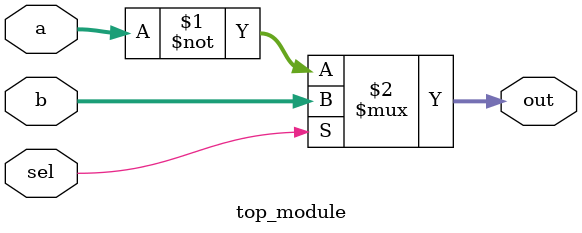
<source format=v>
module top_module (
	input [99:0] a,
	input [99:0] b,
	input sel,
	output [99:0] out
);

	assign out = sel ? b : ~a; // Change: bitwise NOT operation on a

endmodule

</source>
